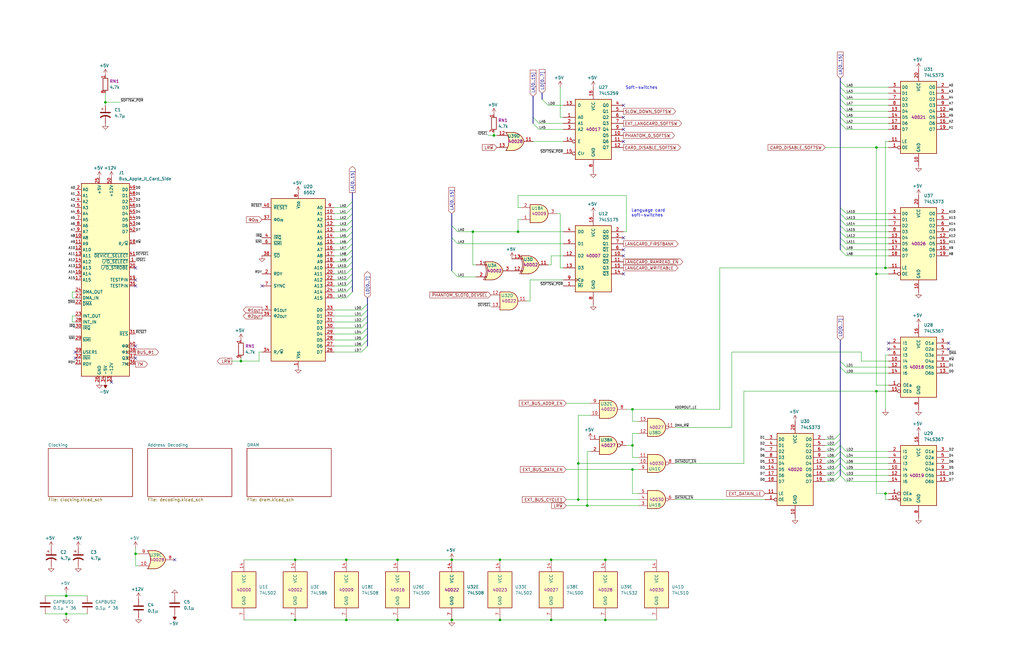
<source format=kicad_sch>
(kicad_sch (version 20231120) (generator "eeschema") (generator_version "8.0")
  (paper "USLedger")
  (title_block (title "Saturn Systems Accelerator II") (date "2025-03-04") (comment 2 "captured by Mark Aikens") (comment 3 "by Saturn Systems") (comment 4 "Accelerator card for Apple II/II+ computers"))
  (junction (at 243.84 195.58))
  (junction (at 146.05 261.62))
  (junction (at 255.27 236.22))
  (junction (at 232.41 261.62))
  (junction (at 373.38 208.28))
  (junction (at 369.57 62.23))
  (junction (at 190.5 261.62))
  (junction (at 57.15 233.68))
  (junction (at 167.64 236.22))
  (junction (at 210.82 261.62))
  (junction (at 44.45 43.18))
  (junction (at 124.46 236.22))
  (junction (at 255.27 261.62))
  (junction (at 373.38 113.03))
  (junction (at 369.57 165.1))
  (junction (at 101.6 152.4))
  (junction (at 27.94 259.08))
  (junction (at 167.64 261.62))
  (junction (at 247.65 213.36))
  (junction (at 266.7 172.72))
  (junction (at 190.5 236.22))
  (junction (at 266.7 187.96))
  (junction (at 27.94 251.46))
  (junction (at 369.57 115.57))
  (junction (at 124.46 261.62))
  (junction (at 208.28 57.15))
  (junction (at 232.41 236.22))
  (junction (at 243.84 210.82))
  (junction (at 266.7 198.12))
  (junction (at 218.44 97.79))
  (junction (at 199.39 97.79))
  (junction (at 146.05 236.22))
  (junction (at 210.82 236.22))
  (no_connect (at 400.05 144.78))
  (no_connect (at 31.75 151.13))
  (no_connect (at 262.89 59.69))
  (no_connect (at 262.89 44.45))
  (no_connect (at 73.66 236.22))
  (no_connect (at 57.15 120.65))
  (no_connect (at 57.15 118.11))
  (no_connect (at 374.65 147.32))
  (no_connect (at 262.89 100.33))
  (no_connect (at 31.75 148.59))
  (no_connect (at 374.65 144.78))
  (no_connect (at 262.89 115.57))
  (no_connect (at 110.49 120.65))
  (no_connect (at 57.15 151.13))
  (no_connect (at 57.15 113.03))
  (no_connect (at 57.15 146.05))
  (no_connect (at 46.99 161.29))
  (no_connect (at 262.89 107.95))
  (no_connect (at 262.89 49.53))
  (no_connect (at 262.89 105.41))
  (no_connect (at 262.89 54.61))
  (no_connect (at 400.05 147.32))
  (bus_entry (at 146.05 105.41) (size 2.54 -2.54))
  (bus_entry (at 146.05 110.49) (size 2.54 -2.54))
  (bus_entry (at 354.33 102.87) (size 2.54 2.54))
  (bus_entry (at 190.5 95.25) (size 2.54 2.54))
  (bus_entry (at 354.33 200.66) (size 2.54 2.54))
  (bus_entry (at 152.4 130.81) (size 2.54 -2.54))
  (bus_entry (at 190.5 100.33) (size 2.54 2.54))
  (bus_entry (at 354.33 97.79) (size 2.54 2.54))
  (bus_entry (at 354.33 92.71) (size 2.54 2.54))
  (bus_entry (at 354.33 90.17) (size 2.54 2.54))
  (bus_entry (at 152.4 148.59) (size 2.54 -2.54))
  (bus_entry (at 224.79 49.53) (size 2.54 2.54))
  (bus_entry (at 354.33 39.37) (size 2.54 2.54))
  (bus_entry (at 231.14 44.45) (size -2.54 -2.54))
  (bus_entry (at 146.05 92.71) (size 2.54 -2.54))
  (bus_entry (at 354.33 100.33) (size 2.54 2.54))
  (bus_entry (at 152.4 143.51) (size 2.54 -2.54))
  (bus_entry (at 152.4 138.43) (size 2.54 -2.54))
  (bus_entry (at 146.05 87.63) (size 2.54 -2.54))
  (bus_entry (at 152.4 140.97) (size 2.54 -2.54))
  (bus_entry (at 146.05 115.57) (size 2.54 -2.54))
  (bus_entry (at 354.33 44.45) (size 2.54 2.54))
  (bus_entry (at 354.33 190.5) (size 2.54 2.54))
  (bus_entry (at 224.79 52.07) (size 2.54 2.54))
  (bus_entry (at 354.33 34.29) (size 2.54 2.54))
  (bus_entry (at 354.33 200.66) (size -2.54 2.54))
  (bus_entry (at 354.33 198.12) (size 2.54 2.54))
  (bus_entry (at 190.5 114.3) (size 2.54 2.54))
  (bus_entry (at 152.4 135.89) (size 2.54 -2.54))
  (bus_entry (at 146.05 120.65) (size 2.54 -2.54))
  (bus_entry (at 354.33 193.04) (size -2.54 2.54))
  (bus_entry (at 354.33 187.96) (size 2.54 2.54))
  (bus_entry (at 146.05 97.79) (size 2.54 -2.54))
  (bus_entry (at 354.33 87.63) (size 2.54 2.54))
  (bus_entry (at 146.05 113.03) (size 2.54 -2.54))
  (bus_entry (at 354.33 154.94) (size 2.54 2.54))
  (bus_entry (at 354.33 195.58) (size -2.54 2.54))
  (bus_entry (at 354.33 152.4) (size 2.54 2.54))
  (bus_entry (at 146.05 123.19) (size 2.54 -2.54))
  (bus_entry (at 146.05 90.17) (size 2.54 -2.54))
  (bus_entry (at 152.4 146.05) (size 2.54 -2.54))
  (bus_entry (at 354.33 36.83) (size 2.54 2.54))
  (bus_entry (at 354.33 52.07) (size 2.54 2.54))
  (bus_entry (at 146.05 100.33) (size 2.54 -2.54))
  (bus_entry (at 152.4 133.35) (size 2.54 -2.54))
  (bus_entry (at 354.33 46.99) (size 2.54 2.54))
  (bus_entry (at 354.33 193.04) (size 2.54 2.54))
  (bus_entry (at 146.05 102.87) (size 2.54 -2.54))
  (bus_entry (at 146.05 107.95) (size 2.54 -2.54))
  (bus_entry (at 354.33 187.96) (size -2.54 2.54))
  (bus_entry (at 354.33 49.53) (size 2.54 2.54))
  (bus_entry (at 354.33 185.42) (size -2.54 2.54))
  (bus_entry (at 146.05 95.25) (size 2.54 -2.54))
  (bus_entry (at 354.33 41.91) (size 2.54 2.54))
  (bus_entry (at 354.33 190.5) (size -2.54 2.54))
  (bus_entry (at 354.33 182.88) (size -2.54 2.54))
  (bus_entry (at 354.33 105.41) (size 2.54 2.54))
  (bus_entry (at 354.33 195.58) (size 2.54 2.54))
  (bus_entry (at 146.05 125.73) (size 2.54 -2.54))
  (bus_entry (at 146.05 118.11) (size 2.54 -2.54))
  (bus_entry (at 354.33 198.12) (size -2.54 2.54))
  (bus_entry (at 354.33 95.25) (size 2.54 2.54))
  (wire (pts (xy 190.5 236.22) (xy 210.82 236.22)))
  (wire (pts (xy 356.87 193.04) (xy 374.65 193.04)))
  (wire (pts (xy 347.98 185.42) (xy 351.79 185.42)))
  (bus (pts (xy 224.79 40.64) (xy 224.79 49.53)))
  (wire (pts (xy 57.15 233.68) (xy 58.42 233.68)))
  (wire (pts (xy 199.39 97.79) (xy 199.39 111.76)))
  (wire (pts (xy 140.97 120.65) (xy 146.05 120.65)))
  (wire (pts (xy 232.41 236.22) (xy 255.27 236.22)))
  (wire (pts (xy 356.87 198.12) (xy 374.65 198.12)))
  (bus (pts (xy 354.33 46.99) (xy 354.33 49.53)))
  (wire (pts (xy 199.39 97.79) (xy 218.44 97.79)))
  (wire (pts (xy 236.22 36.83) (xy 236.22 49.53)))
  (wire (pts (xy 223.52 118.11) (xy 237.49 118.11)))
  (wire (pts (xy 363.22 148.59) (xy 363.22 152.4)))
  (bus (pts (xy 148.59 110.49) (xy 148.59 113.03)))
  (bus (pts (xy 228.6 39.37) (xy 228.6 41.91)))
  (bus (pts (xy 354.33 52.07) (xy 354.33 87.63)))
  (wire (pts (xy 31.75 133.35) (xy 30.48 133.35)))
  (wire (pts (xy 266.7 177.8) (xy 269.24 177.8)))
  (wire (pts (xy 356.87 41.91) (xy 374.65 41.91)))
  (bus (pts (xy 190.5 90.17) (xy 190.5 95.25)))
  (wire (pts (xy 27.94 259.08) (xy 27.94 260.35)))
  (bus (pts (xy 148.59 115.57) (xy 148.59 118.11)))
  (bus (pts (xy 354.33 143.51) (xy 354.33 152.4)))
  (wire (pts (xy 146.05 236.22) (xy 167.64 236.22)))
  (wire (pts (xy 262.89 97.79) (xy 264.16 97.79)))
  (wire (pts (xy 140.97 107.95) (xy 146.05 107.95)))
  (bus (pts (xy 148.59 90.17) (xy 148.59 92.71)))
  (bus (pts (xy 148.59 107.95) (xy 148.59 110.49)))
  (bus (pts (xy 148.59 81.28) (xy 148.59 85.09)))
  (wire (pts (xy 19.05 251.46) (xy 27.94 251.46)))
  (wire (pts (xy 140.97 125.73) (xy 146.05 125.73)))
  (wire (pts (xy 373.38 149.86) (xy 374.65 149.86)))
  (wire (pts (xy 356.87 52.07) (xy 374.65 52.07)))
  (wire (pts (xy 308.61 148.59) (xy 363.22 148.59)))
  (bus (pts (xy 224.79 49.53) (xy 224.79 52.07)))
  (wire (pts (xy 243.84 210.82) (xy 269.24 210.82)))
  (wire (pts (xy 369.57 62.23) (xy 369.57 115.57)))
  (wire (pts (xy 313.69 165.1) (xy 369.57 165.1)))
  (wire (pts (xy 356.87 100.33) (xy 374.65 100.33)))
  (wire (pts (xy 266.7 193.04) (xy 269.24 193.04)))
  (wire (pts (xy 238.76 210.82) (xy 243.84 210.82)))
  (wire (pts (xy 247.65 213.36) (xy 269.24 213.36)))
  (wire (pts (xy 369.57 115.57) (xy 374.65 115.57)))
  (bus (pts (xy 354.33 182.88) (xy 354.33 185.42)))
  (bus (pts (xy 354.33 100.33) (xy 354.33 102.87)))
  (bus (pts (xy 148.59 102.87) (xy 148.59 105.41)))
  (wire (pts (xy 266.7 198.12) (xy 269.24 198.12)))
  (wire (pts (xy 243.84 175.26) (xy 248.92 175.26)))
  (wire (pts (xy 27.94 251.46) (xy 36.83 251.46)))
  (wire (pts (xy 140.97 146.05) (xy 152.4 146.05)))
  (wire (pts (xy 30.48 135.89) (xy 31.75 135.89)))
  (wire (pts (xy 140.97 110.49) (xy 146.05 110.49)))
  (wire (pts (xy 369.57 165.1) (xy 369.57 208.28)))
  (wire (pts (xy 140.97 95.25) (xy 146.05 95.25)))
  (bus (pts (xy 354.33 87.63) (xy 354.33 90.17)))
  (wire (pts (xy 373.38 210.82) (xy 373.38 208.28)))
  (wire (pts (xy 369.57 62.23) (xy 374.65 62.23)))
  (wire (pts (xy 140.97 87.63) (xy 146.05 87.63)))
  (wire (pts (xy 347.98 200.66) (xy 351.79 200.66)))
  (wire (pts (xy 284.48 180.34) (xy 308.61 180.34)))
  (wire (pts (xy 264.16 82.55) (xy 264.16 97.79)))
  (wire (pts (xy 218.44 87.63) (xy 219.71 87.63)))
  (wire (pts (xy 313.69 195.58) (xy 284.48 195.58)))
  (wire (pts (xy 227.33 54.61) (xy 237.49 54.61)))
  (wire (pts (xy 264.16 187.96) (xy 266.7 187.96)))
  (wire (pts (xy 140.97 140.97) (xy 152.4 140.97)))
  (bus (pts (xy 154.94 125.73) (xy 154.94 128.27)))
  (wire (pts (xy 208.28 57.15) (xy 209.55 57.15)))
  (wire (pts (xy 146.05 261.62) (xy 167.64 261.62)))
  (bus (pts (xy 154.94 135.89) (xy 154.94 138.43)))
  (bus (pts (xy 354.33 102.87) (xy 354.33 105.41)))
  (wire (pts (xy 247.65 190.5) (xy 247.65 213.36)))
  (wire (pts (xy 308.61 148.59) (xy 308.61 180.34)))
  (wire (pts (xy 101.6 151.13) (xy 101.6 152.4)))
  (wire (pts (xy 140.97 123.19) (xy 146.05 123.19)))
  (wire (pts (xy 140.97 143.51) (xy 152.4 143.51)))
  (wire (pts (xy 243.84 195.58) (xy 243.84 175.26)))
  (wire (pts (xy 101.6 152.4) (xy 109.22 152.4)))
  (wire (pts (xy 222.25 127) (xy 223.52 127)))
  (wire (pts (xy 236.22 113.03) (xy 237.49 113.03)))
  (bus (pts (xy 354.33 41.91) (xy 354.33 44.45)))
  (wire (pts (xy 101.6 152.4) (xy 97.79 152.4)))
  (bus (pts (xy 148.59 120.65) (xy 148.59 123.19)))
  (wire (pts (xy 27.94 259.08) (xy 36.83 259.08)))
  (wire (pts (xy 140.97 133.35) (xy 152.4 133.35)))
  (wire (pts (xy 356.87 36.83) (xy 374.65 36.83)))
  (wire (pts (xy 356.87 157.48) (xy 374.65 157.48)))
  (wire (pts (xy 193.04 102.87) (xy 237.49 102.87)))
  (wire (pts (xy 264.16 82.55) (xy 218.44 82.55)))
  (wire (pts (xy 356.87 49.53) (xy 374.65 49.53)))
  (bus (pts (xy 354.33 193.04) (xy 354.33 195.58)))
  (wire (pts (xy 140.97 92.71) (xy 146.05 92.71)))
  (wire (pts (xy 236.22 49.53) (xy 237.49 49.53)))
  (bus (pts (xy 354.33 97.79) (xy 354.33 100.33)))
  (bus (pts (xy 148.59 118.11) (xy 148.59 120.65)))
  (wire (pts (xy 356.87 97.79) (xy 374.65 97.79)))
  (bus (pts (xy 154.94 130.81) (xy 154.94 133.35)))
  (wire (pts (xy 369.57 162.56) (xy 374.65 162.56)))
  (wire (pts (xy 210.82 261.62) (xy 232.41 261.62)))
  (wire (pts (xy 303.53 113.03) (xy 373.38 113.03)))
  (bus (pts (xy 354.33 34.29) (xy 354.33 36.83)))
  (wire (pts (xy 140.97 148.59) (xy 152.4 148.59)))
  (wire (pts (xy 140.97 113.03) (xy 146.05 113.03)))
  (wire (pts (xy 236.22 90.17) (xy 236.22 113.03)))
  (wire (pts (xy 193.04 116.84) (xy 200.66 116.84)))
  (wire (pts (xy 232.41 107.95) (xy 237.49 107.95)))
  (wire (pts (xy 266.7 172.72) (xy 303.53 172.72)))
  (wire (pts (xy 44.45 39.37) (xy 44.45 43.18)))
  (wire (pts (xy 266.7 208.28) (xy 269.24 208.28)))
  (wire (pts (xy 356.87 154.94) (xy 374.65 154.94)))
  (wire (pts (xy 356.87 46.99) (xy 374.65 46.99)))
  (wire (pts (xy 102.87 261.62) (xy 124.46 261.62)))
  (bus (pts (xy 354.33 36.83) (xy 354.33 39.37)))
  (wire (pts (xy 109.22 152.4) (xy 109.22 148.59)))
  (wire (pts (xy 57.15 238.76) (xy 57.15 233.68)))
  (bus (pts (xy 154.94 143.51) (xy 154.94 146.05)))
  (wire (pts (xy 266.7 172.72) (xy 266.7 177.8)))
  (bus (pts (xy 154.94 140.97) (xy 154.94 143.51)))
  (wire (pts (xy 238.76 213.36) (xy 247.65 213.36)))
  (bus (pts (xy 354.33 34.29) (xy 354.33 33.02)))
  (bus (pts (xy 354.33 92.71) (xy 354.33 95.25)))
  (wire (pts (xy 356.87 39.37) (xy 374.65 39.37)))
  (wire (pts (xy 218.44 82.55) (xy 218.44 87.63)))
  (wire (pts (xy 369.57 165.1) (xy 374.65 165.1)))
  (wire (pts (xy 303.53 172.72) (xy 303.53 113.03)))
  (wire (pts (xy 356.87 190.5) (xy 374.65 190.5)))
  (bus (pts (xy 354.33 95.25) (xy 354.33 97.79)))
  (wire (pts (xy 218.44 97.79) (xy 237.49 97.79)))
  (wire (pts (xy 374.65 59.69) (xy 373.38 59.69)))
  (wire (pts (xy 140.97 100.33) (xy 146.05 100.33)))
  (wire (pts (xy 373.38 172.72) (xy 373.38 149.86)))
  (bus (pts (xy 354.33 49.53) (xy 354.33 52.07)))
  (wire (pts (xy 356.87 95.25) (xy 374.65 95.25)))
  (bus (pts (xy 354.33 198.12) (xy 354.33 200.66)))
  (wire (pts (xy 373.38 208.28) (xy 374.65 208.28)))
  (wire (pts (xy 238.76 198.12) (xy 266.7 198.12)))
  (bus (pts (xy 354.33 90.17) (xy 354.33 92.71)))
  (wire (pts (xy 27.94 250.19) (xy 27.94 251.46)))
  (wire (pts (xy 44.45 43.18) (xy 50.8 43.18)))
  (wire (pts (xy 243.84 195.58) (xy 269.24 195.58)))
  (bus (pts (xy 354.33 190.5) (xy 354.33 193.04)))
  (wire (pts (xy 356.87 105.41) (xy 374.65 105.41)))
  (wire (pts (xy 30.48 123.19) (xy 30.48 125.73)))
  (bus (pts (xy 190.5 100.33) (xy 190.5 114.3)))
  (wire (pts (xy 347.98 193.04) (xy 351.79 193.04)))
  (wire (pts (xy 313.69 165.1) (xy 313.69 195.58)))
  (wire (pts (xy 30.48 133.35) (xy 30.48 135.89)))
  (wire (pts (xy 199.39 111.76) (xy 200.66 111.76)))
  (wire (pts (xy 30.48 125.73) (xy 31.75 125.73)))
  (wire (pts (xy 231.14 44.45) (xy 237.49 44.45)))
  (wire (pts (xy 140.97 135.89) (xy 152.4 135.89)))
  (bus (pts (xy 148.59 113.03) (xy 148.59 115.57)))
  (wire (pts (xy 44.45 43.18) (xy 44.45 44.45)))
  (wire (pts (xy 223.52 127) (xy 223.52 118.11)))
  (bus (pts (xy 354.33 187.96) (xy 354.33 190.5)))
  (bus (pts (xy 148.59 95.25) (xy 148.59 97.79)))
  (wire (pts (xy 255.27 261.62) (xy 276.86 261.62)))
  (wire (pts (xy 19.05 259.08) (xy 27.94 259.08)))
  (wire (pts (xy 208.28 55.88) (xy 208.28 57.15)))
  (wire (pts (xy 373.38 59.69) (xy 373.38 113.03)))
  (bus (pts (xy 148.59 87.63) (xy 148.59 90.17)))
  (wire (pts (xy 374.65 210.82) (xy 373.38 210.82)))
  (bus (pts (xy 354.33 185.42) (xy 354.33 187.96)))
  (wire (pts (xy 356.87 107.95) (xy 374.65 107.95)))
  (wire (pts (xy 140.97 115.57) (xy 146.05 115.57)))
  (wire (pts (xy 347.98 62.23) (xy 369.57 62.23)))
  (wire (pts (xy 356.87 90.17) (xy 374.65 90.17)))
  (wire (pts (xy 31.75 123.19) (xy 30.48 123.19)))
  (wire (pts (xy 140.97 105.41) (xy 146.05 105.41)))
  (wire (pts (xy 347.98 190.5) (xy 351.79 190.5)))
  (wire (pts (xy 284.48 210.82) (xy 322.58 210.82)))
  (wire (pts (xy 236.22 90.17) (xy 234.95 90.17)))
  (wire (pts (xy 356.87 203.2) (xy 374.65 203.2)))
  (wire (pts (xy 373.38 113.03) (xy 374.65 113.03)))
  (wire (pts (xy 347.98 203.2) (xy 351.79 203.2)))
  (wire (pts (xy 266.7 198.12) (xy 266.7 208.28)))
  (bus (pts (xy 354.33 152.4) (xy 354.33 154.94)))
  (wire (pts (xy 109.22 148.59) (xy 110.49 148.59)))
  (wire (pts (xy 219.71 92.71) (xy 218.44 92.71)))
  (wire (pts (xy 238.76 170.18) (xy 248.92 170.18)))
  (bus (pts (xy 154.94 133.35) (xy 154.94 135.89)))
  (wire (pts (xy 58.42 238.76) (xy 57.15 238.76)))
  (wire (pts (xy 190.5 261.62) (xy 210.82 261.62)))
  (wire (pts (xy 140.97 102.87) (xy 146.05 102.87)))
  (wire (pts (xy 224.79 59.69) (xy 237.49 59.69)))
  (wire (pts (xy 167.64 236.22) (xy 190.5 236.22)))
  (wire (pts (xy 140.97 130.81) (xy 152.4 130.81)))
  (wire (pts (xy 167.64 261.62) (xy 190.5 261.62)))
  (wire (pts (xy 218.44 92.71) (xy 218.44 97.79)))
  (wire (pts (xy 205.74 57.15) (xy 208.28 57.15)))
  (bus (pts (xy 154.94 138.43) (xy 154.94 140.97)))
  (wire (pts (xy 232.41 261.62) (xy 255.27 261.62)))
  (bus (pts (xy 190.5 95.25) (xy 190.5 100.33)))
  (wire (pts (xy 140.97 90.17) (xy 146.05 90.17)))
  (bus (pts (xy 354.33 39.37) (xy 354.33 41.91)))
  (wire (pts (xy 140.97 97.79) (xy 146.05 97.79)))
  (wire (pts (xy 210.82 236.22) (xy 232.41 236.22)))
  (wire (pts (xy 57.15 231.14) (xy 57.15 233.68)))
  (wire (pts (xy 356.87 44.45) (xy 374.65 44.45)))
  (bus (pts (xy 148.59 92.71) (xy 148.59 95.25)))
  (wire (pts (xy 193.04 97.79) (xy 199.39 97.79)))
  (wire (pts (xy 347.98 198.12) (xy 351.79 198.12)))
  (wire (pts (xy 356.87 92.71) (xy 374.65 92.71)))
  (wire (pts (xy 124.46 261.62) (xy 146.05 261.62)))
  (bus (pts (xy 148.59 105.41) (xy 148.59 107.95)))
  (bus (pts (xy 154.94 128.27) (xy 154.94 130.81)))
  (bus (pts (xy 354.33 195.58) (xy 354.33 198.12)))
  (wire (pts (xy 102.87 236.22) (xy 124.46 236.22)))
  (wire (pts (xy 347.98 187.96) (xy 351.79 187.96)))
  (wire (pts (xy 356.87 195.58) (xy 374.65 195.58)))
  (bus (pts (xy 148.59 85.09) (xy 148.59 87.63)))
  (wire (pts (xy 247.65 190.5) (xy 248.92 190.5)))
  (wire (pts (xy 356.87 54.61) (xy 374.65 54.61)))
  (wire (pts (xy 347.98 195.58) (xy 351.79 195.58)))
  (wire (pts (xy 266.7 182.88) (xy 266.7 187.96)))
  (wire (pts (xy 369.57 115.57) (xy 369.57 162.56)))
  (bus (pts (xy 148.59 100.33) (xy 148.59 102.87)))
  (wire (pts (xy 140.97 118.11) (xy 146.05 118.11)))
  (wire (pts (xy 264.16 172.72) (xy 266.7 172.72)))
  (wire (pts (xy 363.22 152.4) (xy 374.65 152.4)))
  (wire (pts (xy 369.57 208.28) (xy 373.38 208.28)))
  (wire (pts (xy 356.87 102.87) (xy 374.65 102.87)))
  (wire (pts (xy 140.97 138.43) (xy 152.4 138.43)))
  (wire (pts (xy 255.27 236.22) (xy 276.86 236.22)))
  (bus (pts (xy 148.59 97.79) (xy 148.59 100.33)))
  (wire (pts (xy 266.7 187.96) (xy 266.7 193.04)))
  (wire (pts (xy 124.46 236.22) (xy 146.05 236.22)))
  (bus (pts (xy 354.33 154.94) (xy 354.33 182.88)))
  (wire (pts (xy 356.87 200.66) (xy 374.65 200.66)))
  (wire (pts (xy 227.33 52.07) (xy 237.49 52.07)))
  (wire (pts (xy 232.41 111.76) (xy 232.41 107.95)))
  (wire (pts (xy 231.14 111.76) (xy 232.41 111.76)))
  (wire (pts (xy 243.84 210.82) (xy 243.84 195.58)))
  (bus (pts (xy 354.33 44.45) (xy 354.33 46.99)))
  (wire (pts (xy 266.7 182.88) (xy 269.24 182.88)))
  (text "Language card\nsoft-switches" (at 266.192 89.916 0) (effects (font (size 1.27 1.27)) (justify left)))
  (text "Soft-switches" (at 270.51 37.084 0) (effects (font (size 1.27 1.27))))
  (label "LD7" (at 356.87 203.2 0) (effects (font (size 1 1))))
  (label "A14" (at 31.75 115.57 180) (effects (font (size 1 1))))
  (label "A15" (at 400.05 97.79 0) (effects (font (size 1 1))))
  (label "LA6" (at 227.33 52.07 0) (effects (font (size 1 1))))
  (label "~{DATAIN_EN}" (at 284.48 210.82 0) (effects (font (size 1 1))))
  (label "A15" (at 31.75 118.11 180) (effects (font (size 1 1))))
  (label "~{DATAOUT_EN}" (at 284.48 195.58 0) (effects (font (size 1 1))))
  (label "~{DMA}" (at 31.75 128.27 180) (effects (font (size 1 1))))
  (label "LD3" (at 356.87 200.66 0) (effects (font (size 1 1))))
  (label "A7" (at 31.75 97.79 180) (effects (font (size 1 1))))
  (label "A11" (at 31.75 107.95 180) (effects (font (size 1 1))))
  (label "LA7" (at 356.87 44.45 0) (effects (font (size 1 1))))
  (label "~{IRQ}" (at 110.49 100.33 180) (effects (font (size 1 1))))
  (label "~{SOFTSW_POR}" (at 50.8 43.18 0) (effects (font (size 1 1))))
  (label "D0" (at 322.58 203.2 180) (effects (font (size 1 1))))
  (label "D0" (at 400.05 157.48 0) (effects (font (size 1 1))))
  (label "D6" (at 57.15 95.25 0) (effects (font (size 1 1))))
  (label "D1" (at 57.15 82.55 0) (effects (font (size 1 1))))
  (label "~{NMI}" (at 110.49 102.87 180) (effects (font (size 1 1))))
  (label "A12" (at 400.05 100.33 0) (effects (font (size 1 1))))
  (label "LA4" (at 146.05 97.79 180) (effects (font (size 1 1))))
  (label "A3" (at 400.05 39.37 0) (effects (font (size 1 1))))
  (label "A2" (at 400.05 52.07 0) (effects (font (size 1 1))))
  (label "LD7" (at 152.4 148.59 180) (effects (font (size 1 1))))
  (label "~{IOSEL}" (at 205.74 57.15 180) (effects (font (size 1 1))))
  (label "LD0" (at 351.79 203.2 180) (effects (font (size 1 1))))
  (label "LD4" (at 351.79 190.5 180) (effects (font (size 1 1))))
  (label "LA5" (at 356.87 49.53 0) (effects (font (size 1 1))))
  (label "LA14" (at 146.05 123.19 180) (effects (font (size 1 1))))
  (label "A10" (at 31.75 105.41 180) (effects (font (size 1 1))))
  (label "LA8" (at 356.87 107.95 0) (effects (font (size 1 1))))
  (label "~{IRQ}" (at 31.75 138.43 180) (effects (font (size 1 1))))
  (label "LD7" (at 351.79 200.66 180) (effects (font (size 1 1))))
  (label "LA6" (at 146.05 102.87 180) (effects (font (size 1 1))))
  (label "LA10" (at 146.05 113.03 180) (effects (font (size 1 1))))
  (label "LA14" (at 356.87 95.25 0) (effects (font (size 1 1))))
  (label "LA2" (at 146.05 92.71 180) (effects (font (size 1 1))))
  (label "LD2" (at 351.79 187.96 180) (effects (font (size 1 1))))
  (label "~{DMA}" (at 400.05 149.86 0) (effects (font (size 1 1))))
  (label "LD4" (at 356.87 193.04 0) (effects (font (size 1 1))))
  (label "LD5" (at 351.79 195.58 180) (effects (font (size 1 1))))
  (label "D5" (at 400.05 198.12 0) (effects (font (size 1 1))))
  (label "D3" (at 57.15 87.63 0) (effects (font (size 1 1))))
  (label "LD5" (at 152.4 143.51 180) (effects (font (size 1 1))))
  (label "A12" (at 31.75 110.49 180) (effects (font (size 1 1))))
  (label "LD0" (at 356.87 157.48 0) (effects (font (size 1 1))))
  (label "D4" (at 57.15 90.17 0) (effects (font (size 1 1))))
  (label "~{SOFTSW_POR}" (at 237.49 120.65 180) (effects (font (size 1 1))))
  (label "LA0" (at 146.05 87.63 180) (effects (font (size 1 1))))
  (label "D4" (at 322.58 190.5 180) (effects (font (size 1 1))))
  (label "D3" (at 322.58 198.12 180) (effects (font (size 1 1))))
  (label "LD5" (at 356.87 198.12 0) (effects (font (size 1 1))))
  (label "RDY" (at 31.75 153.67 180) (effects (font (size 1 1))))
  (label "D2" (at 400.05 190.5 0) (effects (font (size 1 1))))
  (label "~{RESET}" (at 110.49 87.63 180) (effects (font (size 1 1))))
  (label "LA2" (at 356.87 52.07 0) (effects (font (size 1 1))))
  (label "~{RESET}" (at 57.15 140.97 0) (effects (font (size 1 1))))
  (label "D7" (at 57.15 97.79 0) (effects (font (size 1 1))))
  (label "LA3" (at 146.05 95.25 180) (effects (font (size 1 1))))
  (label "ADDROUT_LE" (at 284.48 172.72 0) (effects (font (size 1 1))))
  (label "LA15" (at 146.05 125.73 180) (effects (font (size 1 1))))
  (label "R~{W}" (at 400.05 152.4 0) (effects (font (size 1 1))))
  (label "D7" (at 400.05 203.2 0) (effects (font (size 1 1))))
  (label "LA3" (at 193.04 102.87 0) (effects (font (size 1 1))))
  (label "~{IOSEL}" (at 57.15 110.49 0) (effects (font (size 1 1))))
  (label "LD1" (at 152.4 133.35 180) (effects (font (size 1 1))))
  (label "LD2" (at 152.4 135.89 180) (effects (font (size 1 1))))
  (label "A5" (at 400.05 49.53 0) (effects (font (size 1 1))))
  (label "LD3" (at 351.79 198.12 180) (effects (font (size 1 1))))
  (label "A8" (at 31.75 100.33 180) (effects (font (size 1 1))))
  (label "LA7" (at 146.05 105.41 180) (effects (font (size 1 1))))
  (label "LA1" (at 193.04 116.84 0) (effects (font (size 1 1))))
  (label "A14" (at 400.05 95.25 0) (effects (font (size 1 1))))
  (label "LA9" (at 356.87 105.41 0) (effects (font (size 1 1))))
  (label "RDY" (at 110.49 115.57 180) (effects (font (size 1 1))))
  (label "LD4" (at 152.4 140.97 180) (effects (font (size 1 1))))
  (label "DMA_R~{W}" (at 284.48 180.34 0) (effects (font (size 1 1))))
  (label "A2" (at 31.75 85.09 180) (effects (font (size 1 1))))
  (label "LA13" (at 146.05 120.65 180) (effects (font (size 1 1))))
  (label "D5" (at 57.15 92.71 0) (effects (font (size 1 1))))
  (label "D6" (at 400.05 195.58 0) (effects (font (size 1 1))))
  (label "A13" (at 400.05 92.71 0) (effects (font (size 1 1))))
  (label "LA11" (at 146.05 115.57 180) (effects (font (size 1 1))))
  (label "~{SOFTSW_POR}" (at 237.49 64.77 180) (effects (font (size 1 1))))
  (label "D6" (at 322.58 193.04 180) (effects (font (size 1 1))))
  (label "A13" (at 31.75 113.03 180) (effects (font (size 1 1))))
  (label "A11" (at 400.05 102.87 0) (effects (font (size 1 1))))
  (label "A0" (at 400.05 36.83 0) (effects (font (size 1 1))))
  (label "A7" (at 400.05 44.45 0) (effects (font (size 1 1))))
  (label "A3" (at 31.75 87.63 180) (effects (font (size 1 1))))
  (label "LA10" (at 356.87 90.17 0) (effects (font (size 1 1))))
  (label "LA11" (at 356.87 102.87 0) (effects (font (size 1 1))))
  (label "LD0" (at 152.4 130.81 180) (effects (font (size 1 1))))
  (label "LD2" (at 356.87 190.5 0) (effects (font (size 1 1))))
  (label "A10" (at 400.05 90.17 0) (effects (font (size 1 1))))
  (label "R~{W}" (at 57.15 102.87 0) (effects (font (size 1 1))))
  (label "LD3" (at 152.4 138.43 180) (effects (font (size 1 1))))
  (label "A8" (at 400.05 107.95 0) (effects (font (size 1 1))))
  (label "LD1" (at 356.87 154.94 0) (effects (font (size 1 1))))
  (label "LA4" (at 356.87 41.91 0) (effects (font (size 1 1))))
  (label "LA5" (at 146.05 100.33 180) (effects (font (size 1 1))))
  (label "LA5" (at 227.33 54.61 0) (effects (font (size 1 1))))
  (label "D7" (at 322.58 200.66 180) (effects (font (size 1 1))))
  (label "~{DEVSEL}" (at 57.15 107.95 0) (effects (font (size 1 1))))
  (label "LA8" (at 146.05 107.95 180) (effects (font (size 1 1))))
  (label "LD1" (at 351.79 185.42 180) (effects (font (size 1 1))))
  (label "LA3" (at 356.87 39.37 0) (effects (font (size 1 1))))
  (label "LA0" (at 356.87 36.83 0) (effects (font (size 1 1))))
  (label "A6" (at 31.75 95.25 180) (effects (font (size 1 1))))
  (label "LD6" (at 351.79 193.04 180) (effects (font (size 1 1))))
  (label "D4" (at 400.05 193.04 0) (effects (font (size 1 1))))
  (label "A1" (at 400.05 54.61 0) (effects (font (size 1 1))))
  (label "A4" (at 400.05 41.91 0) (effects (font (size 1 1))))
  (label "A6" (at 400.05 46.99 0) (effects (font (size 1 1))))
  (label "~{NMI}" (at 31.75 143.51 180) (effects (font (size 1 1))))
  (label "LA12" (at 146.05 118.11 180) (effects (font (size 1 1))))
  (label "A9" (at 400.05 105.41 0) (effects (font (size 1 1))))
  (label "D1" (at 400.05 154.94 0) (effects (font (size 1 1))))
  (label "D0" (at 57.15 80.01 0) (effects (font (size 1 1))))
  (label "A1" (at 31.75 82.55 180) (effects (font (size 1 1))))
  (label "LA0" (at 193.04 97.79 0) (effects (font (size 1 1))))
  (label "LA9" (at 146.05 110.49 180) (effects (font (size 1 1))))
  (label "D1" (at 322.58 185.42 180) (effects (font (size 1 1))))
  (label "D2" (at 57.15 85.09 0) (effects (font (size 1 1))))
  (label "D3" (at 400.05 200.66 0) (effects (font (size 1 1))))
  (label "LA13" (at 356.87 92.71 0) (effects (font (size 1 1))))
  (label "A4" (at 31.75 90.17 180) (effects (font (size 1 1))))
  (label "LD6" (at 356.87 195.58 0) (effects (font (size 1 1))))
  (label "A5" (at 31.75 92.71 180) (effects (font (size 1 1))))
  (label "D2" (at 322.58 187.96 180) (effects (font (size 1 1))))
  (label "LA12" (at 356.87 100.33 0) (effects (font (size 1 1))))
  (label "LA15" (at 356.87 97.79 0) (effects (font (size 1 1))))
  (label "LD6" (at 152.4 146.05 180) (effects (font (size 1 1))))
  (label "LA6" (at 356.87 46.99 0) (effects (font (size 1 1))))
  (label "D5" (at 322.58 195.58 180) (effects (font (size 1 1))))
  (label "A0" (at 31.75 80.01 180) (effects (font (size 1 1))))
  (label "~{DEVSEL}" (at 207.01 129.54 180) (effects (font (size 1 1))))
  (label "A9" (at 31.75 102.87 180) (effects (font (size 1 1))))
  (label "LA1" (at 356.87 54.61 0) (effects (font (size 1 1))))
  (label "LD0" (at 231.14 44.45 0) (effects (font (size 1 1))))
  (label "LA1" (at 146.05 90.17 180) (effects (font (size 1 1))))
  (global_label "CARD_DISABLE_SOFTSW" (shape input) (at 347.98 62.23 180) (property "Intersheetrefs" "${INTERSHEET_REFS}" (effects (hide yes))))
  (global_label "EXT_BUS_ADDR_EN" (shape input) (at 238.76 170.18 180) (property "Intersheetrefs" "${INTERSHEET_REFS}" (effects (hide yes))))
  (global_label "Φ1_{OUT}" (shape output) (at 110.49 130.81 180) (property "Intersheetrefs" "${INTERSHEET_REFS}" (effects (hide yes))))
  (global_label "CARD_DISABLE_SOFTSW" (shape output) (at 262.89 62.23 0) (property "Intersheetrefs" "${INTERSHEET_REFS}" (effects (hide yes))))
  (global_label "~{LANGCARD_RAMREAD_EN}" (shape output) (at 262.89 110.49 0) (property "Intersheetrefs" "${INTERSHEET_REFS}" (effects (hide yes))))
  (global_label "~{PHANTOM_SLOT0_DEVSEL}" (shape input) (at 207.01 124.46 180) (property "Intersheetrefs" "${INTERSHEET_REFS}" (effects (hide yes))))
  (global_label "EXT_LANGCARD_SOFTSW" (shape output) (at 262.89 52.07 0) (property "Intersheetrefs" "${INTERSHEET_REFS}" (effects (hide yes))))
  (global_label "PHANTOM_0_SOFTSW" (shape output) (at 262.89 57.15 0) (property "Intersheetrefs" "${INTERSHEET_REFS}" (effects (hide yes))))
  (global_label "LA[0..15]" (shape input) (at 224.79 40.64 90) (property "Intersheetrefs" "${INTERSHEET_REFS}" (effects (hide yes))))
  (global_label "Φ2_{OUT}" (shape output) (at 110.49 133.35 180) (property "Intersheetrefs" "${INTERSHEET_REFS}" (effects (hide yes))))
  (global_label "EXT_BUS_CYCLE1" (shape input) (at 238.76 210.82 180) (property "Intersheetrefs" "${INTERSHEET_REFS}" (effects (hide yes))))
  (global_label "LA[0..15]" (shape input) (at 354.33 33.02 90) (property "Intersheetrefs" "${INTERSHEET_REFS}" (effects (hide yes))))
  (global_label "LR~{W}" (shape input) (at 209.55 62.23 180) (property "Intersheetrefs" "${INTERSHEET_REFS}" (effects (hide yes))))
  (global_label "LANGCARD_FIRSTBANK" (shape output) (at 262.89 102.87 0) (property "Intersheetrefs" "${INTERSHEET_REFS}" (effects (hide yes))))
  (global_label "EXT_BUS_DATA_EN" (shape input) (at 238.76 198.12 180) (property "Intersheetrefs" "${INTERSHEET_REFS}" (effects (hide yes))))
  (global_label "7M" (shape output) (at 57.15 153.67 0) (property "Intersheetrefs" "${INTERSHEET_REFS}" (effects (hide yes))))
  (global_label "LD[0..7]" (shape input) (at 228.6 39.37 90) (property "Intersheetrefs" "${INTERSHEET_REFS}" (effects (hide yes))))
  (global_label "LANGCARD_WRITEABLE" (shape output) (at 262.89 113.03 0) (property "Intersheetrefs" "${INTERSHEET_REFS}" (effects (hide yes))))
  (global_label "Φ0_{IN}" (shape input) (at 110.49 92.71 180) (property "Intersheetrefs" "${INTERSHEET_REFS}" (effects (hide yes))))
  (global_label "SLOW_DOWN_SOFTSW" (shape output) (at 262.89 46.99 0) (property "Intersheetrefs" "${INTERSHEET_REFS}" (effects (hide yes))))
  (global_label "LD[0..7]" (shape input) (at 354.33 143.51 90) (property "Intersheetrefs" "${INTERSHEET_REFS}" (effects (hide yes))))
  (global_label "LR~{W}" (shape output) (at 97.79 152.4 180) (property "Intersheetrefs" "${INTERSHEET_REFS}" (effects (hide yes))))
  (global_label "LD[0..7]" (shape bidirectional) (at 154.94 125.73 90) (property "Intersheetrefs" "${INTERSHEET_REFS}" (effects (hide yes))))
  (global_label "LR~{W}" (shape input) (at 238.76 213.36 180) (property "Intersheetrefs" "${INTERSHEET_REFS}" (effects (hide yes))))
  (global_label "BUS_Φ1" (shape output) (at 57.15 148.59 0) (property "Intersheetrefs" "${INTERSHEET_REFS}" (effects (hide yes))))
  (global_label "LA[0..15]" (shape input) (at 190.5 90.17 90) (property "Intersheetrefs" "${INTERSHEET_REFS}" (effects (hide yes))))
  (global_label "LA[0..15]" (shape output) (at 148.59 81.28 90) (property "Intersheetrefs" "${INTERSHEET_REFS}" (effects (hide yes))))
  (global_label "EXT_DATAIN_LE" (shape input) (at 322.58 208.28 180) (property "Intersheetrefs" "${INTERSHEET_REFS}" (effects (hide yes))))
  (symbol (lib_id "power:GND") (at 250.19 72.39 0) (unit 1)
    (property "Reference" "#PWR078" (effects (hide yes)))
    (property "Value" "GND" (effects (hide yes)))
    (property "Description" "Power symbol creates a global label with name \"GND\" , ground" (effects (hide yes)))
  )
  (symbol (lib_id "74xx:74LS32") (at 217.17 59.69 0) (unit 4)
    (property "Reference" "U39" (at 216.662 57.404 0))
    (property "Value" "74LS32" (effects (hide yes)))
    (property "Datasheet" "http://www.ti.com/lit/gpn/sn74LS32" (effects (hide yes)))
    (property "Description" "Quad 2-input OR" (effects (hide yes)))
    (property "Label" "40028" (at 217.424 59.69 0))
  )
  (symbol (lib_id "power:+5V") (at 250.19 36.83 0) (unit 1)
    (property "Reference" "#PWR051" (effects (hide yes)))
    (property "Value" "+5V" (at 249.682 32.766 0))
    (property "Description" "Power symbol creates a global label with name \"+5V\"" (effects (hide yes)))
  )
  (symbol (lib_id "Device:C_Polarized_US") (at 44.45 48.26 0) (unit 1)
    (property "Reference" "C1" (at 48.26 46.3549 0) (effects (justify left)))
    (property "Value" "4.7µ" (at 48.26 48.8949 0) (effects (justify left)))
    (property "Description" "Polarized capacitor, US symbol" (effects (hide yes)))
  )
  (symbol (lib_id "74xx:74LS86") (at 208.28 114.3 0) (unit 1)
    (property "Reference" "U3" (at 207.518 112.014 0))
    (property "Value" "74LS86" (effects (hide yes)))
    (property "Datasheet" "74xx/74ls86.pdf" (effects (hide yes)))
    (property "Description" "Quad 2-input XOR" (effects (hide yes)))
    (property "Label" "40002" (at 208.534 114.3 0))
  )
  (symbol (lib_id "Device:C_Polarized_US") (at 21.59 234.95 0) (unit 1)
    (property "Reference" "C2" (at 25.4 233.0449 0) (effects (justify left)))
    (property "Value" "4.7µ" (at 25.4 235.5849 0) (effects (justify left)))
    (property "Description" "Polarized capacitor, US symbol" (effects (hide yes)))
  )
  (symbol (lib_id "power:+5V") (at 387.35 82.55 0) (unit 1)
    (property "Reference" "#PWR056" (effects (hide yes)))
    (property "Value" "+5V" (at 386.842 78.486 0))
    (property "Description" "Power symbol creates a global label with name \"+5V\"" (effects (hide yes)))
  )
  (symbol (lib_id "power:-5V") (at 44.45 161.29 180) (unit 1)
    (property "Reference" "#PWR04" (effects (hide yes)))
    (property "Value" "-5V" (at 43.942 165.354 0))
    (property "Description" "Power symbol creates a global label with name \"-5V\"" (effects (hide yes)))
  )
  (symbol (lib_id "Device:R_Network09_Split") (at 44.45 35.56 0) (unit 7)
    (property "Reference" "RN1" (effects (hide yes)))
    (property "Value" "4.7k" (at 46.228 36.83 0) (effects (justify left)))
    (property "Footprint" "Resistor_THT:R_Array_SIP10" (effects (hide yes)))
    (property "Datasheet" "http://www.vishay.com/docs/31509/csc.pdf" (effects (hide yes)))
    (property "Description" "9 resistor network, star topology, bussed resistors, split" (effects (hide yes)))
    (property "BaseReference" "RN1" (at 46.228 34.29 0) (effects (justify left)))
  )
  (symbol (lib_id "power:+5V") (at 335.28 177.8 0) (unit 1)
    (property "Reference" "#PWR054" (effects (hide yes)))
    (property "Value" "+5V" (at 334.772 173.736 0))
    (property "Description" "Power symbol creates a global label with name \"+5V\"" (effects (hide yes)))
  )
  (symbol (lib_id "74xx:74LS08") (at 227.33 90.17 0) (mirror x) (unit 1)
    (property "Reference" "U18" (at 226.568 87.884 0))
    (property "Value" "74LS08" (effects (hide yes)))
    (property "Datasheet" "http://www.ti.com/lit/gpn/sn74LS08" (effects (hide yes)))
    (property "Description" "Quad And2" (effects (hide yes)))
    (property "Label" "40009" (at 227.33 90.17 0))
  )
  (symbol (lib_id "74xx:74LS02") (at 102.87 248.92 0) (unit 5)
    (property "Reference" "U1" (at 109.22 247.6499 0) (effects (justify left)))
    (property "Value" "74LS02" (at 109.22 250.1899 0) (effects (justify left)))
    (property "Datasheet" "http://www.ti.com/lit/gpn/sn74ls02" (effects (hide yes)))
    (property "Description" "quad 2-input NOR gate" (effects (hide yes)))
    (property "Label" "40000" (at 102.87 248.92 0))
  )
  (symbol (lib_id "power:+12V") (at 46.99 74.93 0) (unit 1)
    (property "Reference" "#PWR07" (effects (hide yes)))
    (property "Value" "+12V" (at 46.482 70.866 0))
    (property "Description" "Power symbol creates a global label with name \"+12V\"" (effects (hide yes)))
  )
  (symbol (lib_id "power:+5V") (at 387.35 182.88 0) (unit 1)
    (property "Reference" "#PWR053" (effects (hide yes)))
    (property "Value" "+5V" (at 386.842 178.816 0))
    (property "Description" "Power symbol creates a global label with name \"+5V\"" (effects (hide yes)))
  )
  (symbol (lib_id "power:GND") (at 27.94 260.35 0) (unit 1)
    (property "Reference" "#PWR06" (effects (hide yes)))
    (property "Value" "GND" (effects (hide yes)))
    (property "Description" "Power symbol creates a global label with name \"GND\" , ground" (effects (hide yes)))
  )
  (symbol (lib_id "Device:R_Network09_Split") (at 101.6 147.32 0) (unit 8)
    (property "Reference" "RN1" (effects (hide yes)))
    (property "Value" "4.7k" (at 103.378 148.59 0) (effects (justify left)))
    (property "Footprint" "Resistor_THT:R_Array_SIP10" (effects (hide yes)))
    (property "Datasheet" "http://www.vishay.com/docs/31509/csc.pdf" (effects (hide yes)))
    (property "Description" "9 resistor network, star topology, bussed resistors, split" (effects (hide yes)))
    (property "BaseReference" "RN1" (at 105.41 146.05 0))
  )
  (symbol (lib_id "power:GND") (at 21.59 238.76 0) (unit 1)
    (property "Reference" "#PWR0102" (effects (hide yes)))
    (property "Value" "GND" (effects (hide yes)))
    (property "Description" "Power symbol creates a global label with name \"GND\" , ground" (effects (hide yes)))
  )
  (symbol (lib_id "power:+5V") (at 190.5 236.22 0) (unit 1)
    (property "Reference" "#PWR045" (effects (hide yes)))
    (property "Value" "+5V" (at 189.992 232.156 0))
    (property "Description" "Power symbol creates a global label with name \"+5V\"" (effects (hide yes)))
  )
  (symbol (lib_id "power:GND") (at 335.28 218.44 0) (unit 1)
    (property "Reference" "#PWR073" (effects (hide yes)))
    (property "Value" "GND" (effects (hide yes)))
    (property "Description" "Power symbol creates a global label with name \"GND\" , ground" (effects (hide yes)))
  )
  (symbol (lib_id "power:-5V") (at 73.66 259.08 180) (unit 1)
    (property "Reference" "#PWR0104" (effects (hide yes)))
    (property "Value" "-5V" (at 73.152 263.144 0))
    (property "Description" "Power symbol creates a global label with name \"-5V\"" (effects (hide yes)))
  )
  (symbol (lib_id "power:+5V") (at 125.73 81.28 0) (unit 1)
    (property "Reference" "#PWR050" (effects (hide yes)))
    (property "Value" "+5V" (at 125.222 77.216 0))
    (property "Description" "Power symbol creates a global label with name \"+5V\"" (effects (hide yes)))
  )
  (symbol (lib_id "Device:C") (at 73.66 255.27 0) (unit 1)
    (property "Reference" "C5" (at 77.47 253.9999 0) (effects (justify left)))
    (property "Value" "0.1µ" (at 77.47 256.5399 0) (effects (justify left)))
    (property "Description" "Unpolarized capacitor" (effects (hide yes)))
  )
  (symbol (lib_id "power:GND") (at 41.91 161.29 0) (unit 1)
    (property "Reference" "#PWR02" (effects (hide yes)))
    (property "Value" "GND" (effects (hide yes)))
    (property "Description" "Power symbol creates a global label with name \"GND\" , ground" (effects (hide yes)))
  )
  (symbol (lib_id "74xx:74LS08") (at 214.63 127 0) (unit 4)
    (property "Reference" "U32" (at 213.868 124.714 0))
    (property "Value" "74LS08" (effects (hide yes)))
    (property "Datasheet" "http://www.ti.com/lit/gpn/sn74LS08" (effects (hide yes)))
    (property "Description" "Quad And2" (effects (hide yes)))
    (property "Label" "40022" (at 214.63 127 0))
  )
  (symbol (lib_id "power:+5V") (at 27.94 250.19 0) (unit 1)
    (property "Reference" "#PWR05" (effects (hide yes)))
    (property "Value" "+5V" (at 27.432 246.126 0))
    (property "Description" "Power symbol creates a global label with name \"+5V\"" (effects (hide yes)))
  )
  (symbol (lib_id "74xx:74LS10") (at 276.86 248.92 0) (unit 4)
    (property "Reference" "U41" (at 283.21 247.6499 0) (effects (justify left)))
    (property "Value" "74LS10" (at 283.21 250.1899 0) (effects (justify left)))
    (property "Datasheet" "http://www.ti.com/lit/gpn/sn74LS10" (effects (hide yes)))
    (property "Description" "Triple 3-input NAND" (effects (hide yes)))
    (property "ID" "40030" (at 276.86 248.92 0))
  )
  (symbol (lib_id "74xx:74LS08") (at 146.05 248.92 0) (unit 5)
    (property "Reference" "U18" (at 152.4 247.6499 0) (effects (justify left)))
    (property "Value" "74LS08" (at 152.4 250.1899 0) (effects (justify left)))
    (property "Datasheet" "http://www.ti.com/lit/gpn/sn74LS08" (effects (hide yes)))
    (property "Description" "Quad And2" (effects (hide yes)))
    (property "Label" "40009" (at 146.05 248.92 0))
  )
  (symbol (lib_id "Device:C") (at 19.05 255.27 0) (unit 1)
    (property "Reference" "CAPBUS1" (at 22.352 254 0) (effects (justify left)))
    (property "Value" "0.1µ * 36" (at 22.352 256.54 0) (effects (justify left)))
    (property "Description" "Unpolarized capacitor" (effects (hide yes)))
  )
  (symbol (lib_id "power:+5V") (at 236.22 36.83 0) (unit 1)
    (property "Reference" "#PWR029" (effects (hide yes)))
    (property "Value" "+5V" (at 235.712 32.766 0))
    (property "Description" "Power symbol creates a global label with name \"+5V\"" (effects (hide yes)))
  )
  (symbol (lib_id "Device:C") (at 36.83 255.27 0) (unit 1)
    (property "Reference" "CAPBUS2" (at 40.132 254 0) (effects (justify left)))
    (property "Value" "0.1µ * 36" (at 40.132 256.54 0) (effects (justify left)))
    (property "Description" "Unpolarized capacitor" (effects (hide yes)))
  )
  (symbol (lib_id "power:+5V") (at 387.35 137.16 0) (unit 1)
    (property "Reference" "#PWR052" (effects (hide yes)))
    (property "Value" "+5V" (at 386.842 133.096 0))
    (property "Description" "Power symbol creates a global label with name \"+5V\"" (effects (hide yes)))
  )
  (symbol (lib_id "power:GND") (at 110.49 107.95 0) (unit 1)
    (property "Reference" "#PWR028" (effects (hide yes)))
    (property "Value" "GND" (effects (hide yes)))
    (property "Description" "Power symbol creates a global label with name \"GND\" , ground" (effects (hide yes)))
  )
  (symbol (lib_id "Device:C_Polarized_US") (at 33.02 234.95 0) (unit 1)
    (property "Reference" "C3" (at 38.1 233.0449 0) (effects (justify left)))
    (property "Value" "4.7µ" (at 38.1 235.5849 0) (effects (justify left)))
    (property "Description" "Polarized capacitor, US symbol" (effects (hide yes)))
  )
  (symbol (lib_id "power:+12V") (at 58.42 252.73 0) (unit 1)
    (property "Reference" "#PWR0105" (effects (hide yes)))
    (property "Value" "+12V" (at 57.912 248.666 0))
    (property "Description" "Power symbol creates a global label with name \"+12V\"" (effects (hide yes)))
  )
  (symbol (lib_id "power:GND") (at 250.19 128.27 0) (unit 1)
    (property "Reference" "#PWR081" (effects (hide yes)))
    (property "Value" "GND" (effects (hide yes)))
    (property "Description" "Power symbol creates a global label with name \"GND\" , ground" (effects (hide yes)))
  )
  (symbol (lib_id "power:+5V") (at 215.9 109.22 0) (unit 1)
    (property "Reference" "#PWR08" (effects (hide yes)))
    (property "Value" "+5V" (at 215.392 105.156 0))
    (property "Description" "Power symbol creates a global label with name \"+5V\"" (effects (hide yes)))
  )
  (symbol (lib_id "74xx:74LS32") (at 66.04 236.22 0) (unit 3)
    (property "Reference" "U39" (at 65.786 234.188 0))
    (property "Value" "74LS32" (effects (hide yes)))
    (property "Datasheet" "http://www.ti.com/lit/gpn/sn74LS32" (effects (hide yes)))
    (property "Description" "Quad 2-input OR" (effects (hide yes)))
    (property "Label" "40028" (at 66.294 236.22 0))
  )
  (symbol (lib_id "74xx:74LS373") (at 335.28 198.12 0) (unit 1)
    (property "Reference" "U30" (at 337.4741 177.8 0) (effects (justify left)))
    (property "Value" "74LS373" (at 337.4741 180.34 0) (effects (justify left)))
    (property "Datasheet" "http://www.ti.com/lit/gpn/sn74LS373" (effects (hide yes)))
    (property "Description" "8-bit Latch, 3-state outputs" (effects (hide yes)))
    (property "Label" "40020" (at 335.28 198.12 0))
  )
  (symbol (lib_id "Device:R_Network09_Split") (at 208.28 52.07 0) (unit 1)
    (property "Reference" "RN1" (effects (hide yes)))
    (property "Value" "4.7k" (at 210.058 53.34 0) (effects (justify left)))
    (property "Footprint" "Resistor_THT:R_Array_SIP10" (effects (hide yes)))
    (property "Datasheet" "http://www.vishay.com/docs/31509/csc.pdf" (effects (hide yes)))
    (property "Description" "9 resistor network, star topology, bussed resistors, split" (effects (hide yes)))
    (property "BaseReference" "RN1" (at 210.058 50.8 0) (effects (justify left)))
  )
  (symbol (lib_id "CPU_MCU_Legacy:6502") (at 125.73 118.11 0) (unit 1)
    (property "Reference" "U20" (at 127.9241 78.74 0) (effects (justify left)))
    (property "Value" "6502" (at 127.9241 81.28 0) (effects (justify left)))
    (property "Footprint" "Package_DIP:DIP-40_W15.24mm" (effects (hide yes)))
    (property "Description" "8-bit General Purpose Microprocessor, DIP-40" (effects (hide yes)))
  )
  (symbol (lib_id "power:GND") (at 44.45 52.07 0) (unit 1)
    (property "Reference" "#PWR0103" (effects (hide yes)))
    (property "Value" "GND" (effects (hide yes)))
    (property "Description" "Power symbol creates a global label with name \"GND\" , ground" (effects (hide yes)))
  )
  (symbol (lib_id "74xx:74LS373") (at 387.35 102.87 0) (unit 1)
    (property "Reference" "U37" (at 389.5441 82.55 0) (effects (justify left)))
    (property "Value" "74LS373" (at 389.5441 85.09 0) (effects (justify left)))
    (property "Datasheet" "http://www.ti.com/lit/gpn/sn74LS373" (effects (hide yes)))
    (property "Description" "8-bit Latch, 3-state outputs" (effects (hide yes)))
    (property "Label" "40026" (at 387.35 102.87 0))
  )
  (symbol (lib_id "74xx:74LS00") (at 232.41 248.92 0) (unit 5)
    (property "Reference" "U38" (at 238.76 247.6499 0) (effects (justify left)))
    (property "Value" "74LS00" (at 238.76 250.1899 0) (effects (justify left)))
    (property "Datasheet" "http://www.ti.com/lit/gpn/sn74ls00" (effects (hide yes)))
    (property "Description" "quad 2-input NAND gate" (effects (hide yes)))
    (property "Label" "40027" (at 232.41 248.92 0))
  )
  (symbol (lib_id "power:+5V") (at 101.6 143.51 0) (unit 1)
    (property "Reference" "#PWR0109" (effects (hide yes)))
    (property "Value" "+5V" (at 101.092 139.446 0))
    (property "Description" "Power symbol creates a global label with name \"+5V\"" (effects (hide yes)))
  )
  (symbol (lib_id "power:+5V") (at 57.15 231.14 0) (unit 1)
    (property "Reference" "#PWR032" (effects (hide yes)))
    (property "Value" "+5V" (at 56.642 227.076 0))
    (property "Description" "Power symbol creates a global label with name \"+5V\"" (effects (hide yes)))
  )
  (symbol (lib_id "PCM_MA_Connector_AppleII:Bus_Apple_II_Card_Side") (at 44.45 118.11 0) (unit 1) (in_bom no)
    (property "Reference" "J1" (at 50.038 72.898 0) (effects (justify left)))
    (property "Value" "Bus_Apple_II_Card_Side" (at 50.038 75.438 0) (effects (justify left)))
    (property "Footprint" "PCM_MA_Connector_AppleII:Peripheral_Bus_Edge" (effects (hide yes)))
    (property "Datasheet" "https://archive.org/details/Apple_II_Mini_Manual/page/n37/mode/2up" (effects (hide yes)))
    (property "Description" "Apple II bus connector. Use this symbol on the card side, i.e. for making Apple II-compatible peripheral cards." (effects (hide yes)))
  )
  (symbol (lib_id "power:+5V") (at 387.35 29.21 0) (unit 1)
    (property "Reference" "#PWR055" (effects (hide yes)))
    (property "Value" "+5V" (at 386.842 25.146 0))
    (property "Description" "Power symbol creates a global label with name \"+5V\"" (effects (hide yes)))
  )
  (symbol (lib_id "power:GND") (at 73.66 251.46 180) (unit 1)
    (property "Reference" "#PWR0100" (effects (hide yes)))
    (property "Value" "GND" (effects (hide yes)))
    (property "Description" "Power symbol creates a global label with name \"GND\" , ground" (effects (hide yes)))
  )
  (symbol (lib_id "power:+5V") (at 21.59 231.14 0) (unit 1)
    (property "Reference" "#PWR0107" (effects (hide yes)))
    (property "Value" "+5V" (at 21.082 227.076 0))
    (property "Description" "Power symbol creates a global label with name \"+5V\"" (effects (hide yes)))
  )
  (symbol (lib_id "74xx:74LS02") (at 210.82 248.92 0) (unit 5)
    (property "Reference" "U33" (at 217.17 247.6499 0) (effects (justify left)))
    (property "Value" "74LS02" (at 217.17 250.1899 0) (effects (justify left)))
    (property "Datasheet" "http://www.ti.com/lit/gpn/sn74ls02" (effects (hide yes)))
    (property "Description" "quad 2-input NOR gate" (effects (hide yes)))
    (property "Label" "40023" (at 210.82 248.92 0))
  )
  (symbol (lib_id "74xx:74LS08") (at 256.54 172.72 0) (unit 3)
    (property "Reference" "U32" (at 255.778 170.434 0))
    (property "Value" "74LS08" (effects (hide yes)))
    (property "Datasheet" "http://www.ti.com/lit/gpn/sn74LS08" (effects (hide yes)))
    (property "Description" "Quad And2" (effects (hide yes)))
    (property "Label" "40022" (at 256.54 172.72 0))
  )
  (symbol (lib_id "74xx:74LS367") (at 387.35 200.66 0) (unit 1)
    (property "Reference" "U29" (at 389.5441 182.88 0) (effects (justify left)))
    (property "Value" "74LS367" (at 389.5441 185.42 0) (effects (justify left)))
    (property "Datasheet" "http://www.ti.com/lit/gpn/sn74LS367" (effects (hide yes)))
    (property "Description" "Hex Bus Driver 3-state outputs" (effects (hide yes)))
    (property "Label" "40019" (at 386.588 200.66 0))
  )
  (symbol (lib_id "power:+5V") (at 248.92 185.42 0) (unit 1)
    (property "Reference" "#PWR033" (effects (hide yes)))
    (property "Value" "+5V" (at 248.412 181.356 0))
    (property "Description" "Power symbol creates a global label with name \"+5V\"" (effects (hide yes)))
  )
  (symbol (lib_id "74xx:74LS10") (at 276.86 210.82 0) (mirror x) (unit 2)
    (property "Reference" "U41" (at 276.098 213.106 0))
    (property "Value" "74LS10" (effects (hide yes)))
    (property "Datasheet" "http://www.ti.com/lit/gpn/sn74LS10" (effects (hide yes)))
    (property "Description" "Triple 3-input NAND" (effects (hide yes)))
    (property "ID" "40030" (at 276.86 210.82 0))
  )
  (symbol (lib_id "74xx:74LS00") (at 276.86 180.34 0) (mirror x) (unit 4)
    (property "Reference" "U38" (at 276.098 182.626 0))
    (property "Value" "74LS00" (effects (hide yes)))
    (property "Datasheet" "http://www.ti.com/lit/gpn/sn74ls00" (effects (hide yes)))
    (property "Description" "quad 2-input NAND gate" (effects (hide yes)))
    (property "Label" "40027" (at 276.86 180.34 0))
  )
  (symbol (lib_id "power:GND") (at 58.42 260.35 0) (unit 1)
    (property "Reference" "#PWR099" (effects (hide yes)))
    (property "Value" "GND" (effects (hide yes)))
    (property "Description" "Power symbol creates a global label with name \"GND\" , ground" (effects (hide yes)))
  )
  (symbol (lib_id "power:+5V") (at 250.19 90.17 0) (unit 1)
    (property "Reference" "#PWR048" (effects (hide yes)))
    (property "Value" "+5V" (at 249.682 86.106 0))
    (property "Description" "Power symbol creates a global label with name \"+5V\"" (effects (hide yes)))
  )
  (symbol (lib_id "power:GND") (at 387.35 172.72 0) (unit 1)
    (property "Reference" "#PWR076" (effects (hide yes)))
    (property "Value" "GND" (effects (hide yes)))
    (property "Description" "Power symbol creates a global label with name \"GND\" , ground" (effects (hide yes)))
  )
  (symbol (lib_id "power:GND") (at 387.35 218.44 0) (unit 1)
    (property "Reference" "#PWR074" (effects (hide yes)))
    (property "Value" "GND" (effects (hide yes)))
    (property "Description" "Power symbol creates a global label with name \"GND\" , ground" (effects (hide yes)))
  )
  (symbol (lib_id "power:GND") (at 373.38 172.72 0) (unit 1)
    (property "Reference" "#PWR012" (effects (hide yes)))
    (property "Value" "GND" (effects (hide yes)))
    (property "Description" "Power symbol creates a global label with name \"GND\" , ground" (effects (hide yes)))
  )
  (symbol (lib_id "power:GND") (at 125.73 154.94 0) (unit 1)
    (property "Reference" "#PWR061" (effects (hide yes)))
    (property "Value" "GND" (effects (hide yes)))
    (property "Description" "Power symbol creates a global label with name \"GND\" , ground" (effects (hide yes)))
  )
  (symbol (lib_id "power:GND") (at 33.02 238.76 0) (unit 1)
    (property "Reference" "#PWR0101" (effects (hide yes)))
    (property "Value" "GND" (effects (hide yes)))
    (property "Description" "Power symbol creates a global label with name \"GND\" , ground" (effects (hide yes)))
  )
  (symbol (lib_id "74xx:74LS86") (at 124.46 248.92 0) (unit 5)
    (property "Reference" "U3" (at 130.81 247.6499 0) (effects (justify left)))
    (property "Value" "74LS86" (at 130.81 250.1899 0) (effects (justify left)))
    (property "Datasheet" "74xx/74ls86.pdf" (effects (hide yes)))
    (property "Description" "Quad 2-input XOR" (effects (hide yes)))
    (property "Label" "40002" (at 124.46 248.92 0))
  )
  (symbol (lib_id "74xx:74LS367") (at 387.35 154.94 0) (unit 1)
    (property "Reference" "U28" (at 389.5441 137.16 0) (effects (justify left)))
    (property "Value" "74LS367" (at 389.5441 139.7 0) (effects (justify left)))
    (property "Datasheet" "http://www.ti.com/lit/gpn/sn74LS367" (effects (hide yes)))
    (property "Description" "Hex Bus Driver 3-state outputs" (effects (hide yes)))
    (property "Label" "40018" (at 386.588 154.94 0))
  )
  (symbol (lib_id "Device:C") (at 58.42 256.54 0) (unit 1)
    (property "Reference" "C4" (at 62.23 255.2699 0) (effects (justify left)))
    (property "Value" "0.1µ" (at 62.23 257.8099 0) (effects (justify left)))
    (property "Description" "Unpolarized capacitor" (effects (hide yes)))
  )
  (symbol (lib_id "74xx:74LS10") (at 276.86 195.58 0) (mirror x) (unit 3)
    (property "Reference" "U41" (at 276.098 197.866 0))
    (property "Value" "74LS10" (effects (hide yes)))
    (property "Datasheet" "http://www.ti.com/lit/gpn/sn74LS10" (effects (hide yes)))
    (property "Description" "Triple 3-input NAND" (effects (hide yes)))
    (property "ID" "40030" (at 276.86 195.58 0))
  )
  (symbol (lib_id "power:GND") (at 190.5 261.62 0) (unit 1)
    (property "Reference" "#PWR060" (effects (hide yes)))
    (property "Value" "GND" (effects (hide yes)))
    (property "Description" "Power symbol creates a global label with name \"GND\" , ground" (effects (hide yes)))
  )
  (symbol (lib_id "power:+5V") (at 44.45 31.75 0) (unit 1)
    (property "Reference" "#PWR0108" (effects (hide yes)))
    (property "Value" "+5V" (at 43.942 27.686 0))
    (property "Description" "Power symbol creates a global label with name \"+5V\"" (effects (hide yes)))
  )
  (symbol (lib_id "74xx:74LS259") (at 250.19 54.61 0) (unit 1)
    (property "Reference" "U27" (at 252.3841 36.83 0) (effects (justify left)))
    (property "Value" "74LS259" (at 252.3841 39.37 0) (effects (justify left)))
    (property "Datasheet" "http://www.ti.com/lit/gpn/sn74LS259" (effects (hide yes)))
    (property "Description" "8-bit addressable latch" (effects (hide yes)))
    (property "Label" "40017" (at 250.19 54.61 0))
  )
  (symbol (lib_id "74xx:74LS08") (at 190.5 248.92 0) (unit 5)
    (property "Reference" "U32" (at 196.85 247.6499 0) (effects (justify left)))
    (property "Value" "74LS08" (at 196.85 250.1899 0) (effects (justify left)))
    (property "Datasheet" "http://www.ti.com/lit/gpn/sn74LS08" (effects (hide yes)))
    (property "Description" "Quad And2" (effects (hide yes)))
    (property "Label" "40022" (at 190.5 248.92 0))
  )
  (symbol (lib_id "74xx:74LS175") (at 250.19 107.95 0) (unit 1)
    (property "Reference" "U12" (at 252.3841 90.17 0) (effects (justify left)))
    (property "Value" "74LS175" (at 252.3841 92.71 0) (effects (justify left)))
    (property "Datasheet" "http://www.ti.com/lit/gpn/sn74LS175" (effects (hide yes)))
    (property "Description" "4-bit D Flip-Flop, reset" (effects (hide yes)))
    (property "Label" "40007" (at 250.19 107.95 0))
  )
  (symbol (lib_id "74xx:74LS00") (at 167.64 248.92 0) (unit 5)
    (property "Reference" "U26" (at 173.99 247.6499 0) (effects (justify left)))
    (property "Value" "74LS00" (at 173.99 250.1899 0) (effects (justify left)))
    (property "Datasheet" "http://www.ti.com/lit/gpn/sn74ls00" (effects (hide yes)))
    (property "Description" "quad 2-input NAND gate" (effects (hide yes)))
    (property "Label" "40016" (at 167.64 248.92 0))
  )
  (symbol (lib_id "power:+5V") (at 208.28 48.26 0) (unit 1)
    (property "Reference" "#PWR0114" (effects (hide yes)))
    (property "Value" "+5V" (at 207.772 44.196 0))
    (property "Description" "Power symbol creates a global label with name \"+5V\"" (effects (hide yes)))
  )
  (symbol (lib_id "power:+5V") (at 33.02 231.14 0) (unit 1)
    (property "Reference" "#PWR0106" (effects (hide yes)))
    (property "Value" "+5V" (at 32.512 227.076 0))
    (property "Description" "Power symbol creates a global label with name \"+5V\"" (effects (hide yes)))
  )
  (symbol (lib_id "74xx:74LS32") (at 255.27 248.92 0) (unit 5)
    (property "Reference" "U39" (at 261.62 247.6499 0) (effects (justify left)))
    (property "Value" "74LS32" (at 261.62 250.1899 0) (effects (justify left)))
    (property "Datasheet" "http://www.ti.com/lit/gpn/sn74LS32" (effects (hide yes)))
    (property "Description" "Quad 2-input OR" (effects (hide yes)))
    (property "Label" "40028" (at 255.27 248.92 0))
  )
  (symbol (lib_id "power:GND") (at 387.35 69.85 0) (unit 1)
    (property "Reference" "#PWR071" (effects (hide yes)))
    (property "Value" "GND" (effects (hide yes)))
    (property "Description" "Power symbol creates a global label with name \"GND\" , ground" (effects (hide yes)))
  )
  (symbol (lib_id "power:+5V") (at 41.91 74.93 0) (unit 1)
    (property "Reference" "#PWR01" (effects (hide yes)))
    (property "Value" "+5V" (at 41.402 70.866 0))
    (property "Description" "Power symbol creates a global label with name \"+5V\"" (effects (hide yes)))
  )
  (symbol (lib_id "74xx:74LS00") (at 256.54 187.96 0) (unit 1)
    (property "Reference" "U38" (at 255.778 185.674 0))
    (property "Value" "74LS00" (effects (hide yes)))
    (property "Datasheet" "http://www.ti.com/lit/gpn/sn74ls00" (effects (hide yes)))
    (property "Description" "quad 2-input NAND gate" (effects (hide yes)))
    (property "Label" "40027" (at 256.54 187.96 0))
  )
  (symbol (lib_id "74xx:74LS373") (at 387.35 49.53 0) (unit 1)
    (property "Reference" "U31" (at 389.5441 29.21 0) (effects (justify left)))
    (property "Value" "74LS373" (at 389.5441 31.75 0) (effects (justify left)))
    (property "Datasheet" "http://www.ti.com/lit/gpn/sn74LS373" (effects (hide yes)))
    (property "Description" "8-bit Latch, 3-state outputs" (effects (hide yes)))
    (property "Label" "40021" (at 387.35 49.53 0))
  )
  (symbol (lib_id "power:GND") (at 387.35 123.19 0) (unit 1)
    (property "Reference" "#PWR072" (effects (hide yes)))
    (property "Value" "GND" (effects (hide yes)))
    (property "Description" "Power symbol creates a global label with name \"GND\" , ground" (effects (hide yes)))
  )
  (symbol (lib_id "74xx:74LS86") (at 223.52 111.76 0) (mirror x) (unit 4)
    (property "Reference" "U3" (at 222.758 109.474 0))
    (property "Value" "74LS86" (effects (hide yes)))
    (property "Datasheet" "74xx/74ls86.pdf" (effects (hide yes)))
    (property "Description" "Quad 2-input XOR" (effects (hide yes)))
    (property "Label" "40002" (at 223.774 111.76 0))
  )
  (sheet (at 104.14 189.23) (size 35.56 20.32) (stroke (width 0.1524))
    (property "Sheetname" "DRAM" (at 104.14 188.5184 0) (effects (justify left bottom)))
    (property "Sheetfile" "dram.kicad_sch" (at 104.14 210.1346 0) (effects (justify left top)))
  )
  (sheet (at 20.32 189.23) (size 35.56 20.32) (stroke (width 0.1524))
    (property "Sheetname" "Clocking" (at 20.32 188.5184 0) (effects (justify left bottom)))
    (property "Sheetfile" "clocking.kicad_sch" (at 20.32 210.1346 0) (effects (justify left top)))
  )
  (sheet (at 62.23 189.23) (size 35.56 20.32) (stroke (width 0.1524))
    (property "Sheetname" "Address Decoding" (at 62.23 188.5184 0) (effects (justify left bottom)))
    (property "Sheetfile" "decoding.kicad_sch" (at 62.23 210.1346 0) (effects (justify left top)))
  )
)
</source>
